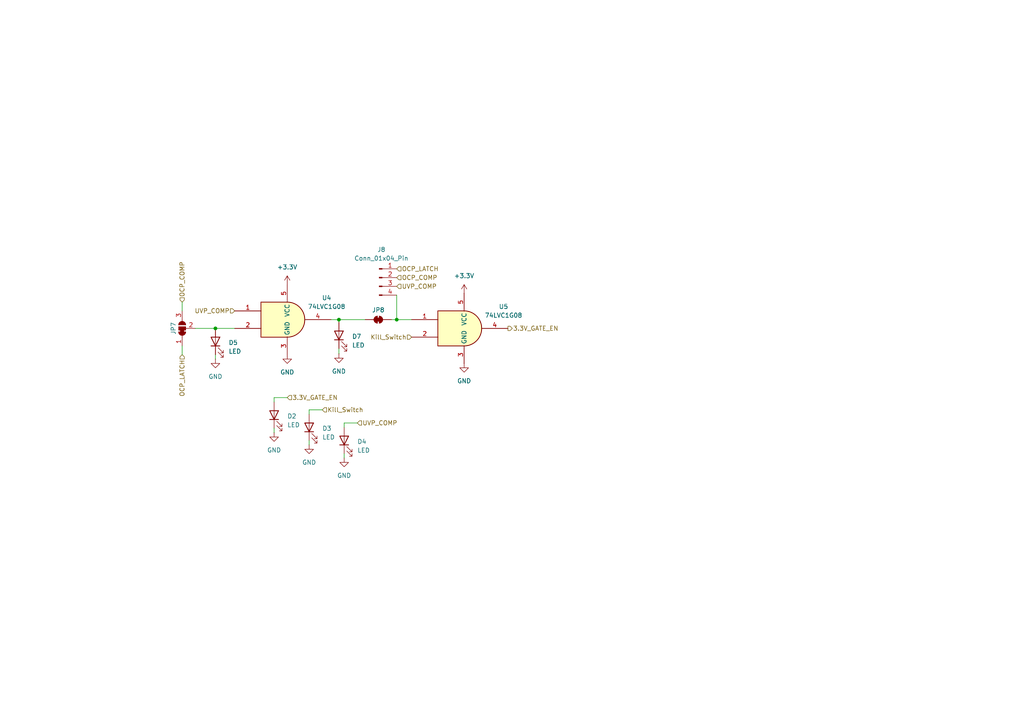
<source format=kicad_sch>
(kicad_sch (version 20231120) (generator "eeschema") (generator_version "8.0")
  (paper "A4")
  (lib_symbols
    (symbol "74xGxx:74LVC1G08"
      (property "Reference" "U" (at -5.08 7.62 0))
      (property "Value" "74LVC1G08" (at 7.62 -7.62 0))
      (symbol "74LVC1G08_0_1"
        (arc (start 0 -5.08) (mid 5.0579 0) (end 0 5.08) (stroke (width 0.254)) (fill (type background)))
        (polyline (pts (xy 0 -5.08) (xy -7.62 -5.08) (xy -7.62 5.08) (xy 0 5.08)) (stroke (width 0.254)) (fill (type background)))
      )
      (symbol "74LVC1G08_1_1"
        (pin input line (at -15.24 2.54 0) (length 7.62) (name "~") (number "1"))
        (pin input line (at -15.24 -2.54 0) (length 7.62) (name "~") (number "2"))
        (pin power_in line (at 0 -10.16 90) (length 5.08) (name "GND") (number "3"))
        (pin output line (at 12.7 0 180) (length 7.62) (name "~") (number "4"))
        (pin power_in line (at 0 10.16 270) (length 5.08) (name "VCC") (number "5"))
      )
    )
    (symbol "Connector:Conn_01x04_Pin" (pin_names (offset 1.016) hide)
      (property "Reference" "J" (at 0 5.08 0))
      (property "Value" "Conn_01x04_Pin" (at 0 -7.62 0))
      (symbol "Conn_01x04_Pin_1_1"
        (polyline (pts (xy 1.27 -5.08) (xy 0.8636 -5.08)) (stroke (width 0.1524)))
        (polyline (pts (xy 1.27 -2.54) (xy 0.8636 -2.54)) (stroke (width 0.1524)))
        (polyline (pts (xy 1.27 0) (xy 0.8636 0)) (stroke (width 0.1524)))
        (polyline (pts (xy 1.27 2.54) (xy 0.8636 2.54)) (stroke (width 0.1524)))
        (rectangle (start 0.8636 -4.953) (end 0 -5.207) (stroke (width 0.1524)) (fill (type outline)))
        (rectangle (start 0.8636 -2.413) (end 0 -2.667) (stroke (width 0.1524)) (fill (type outline)))
        (rectangle (start 0.8636 0.127) (end 0 -0.127) (stroke (width 0.1524)) (fill (type outline)))
        (rectangle (start 0.8636 2.667) (end 0 2.413) (stroke (width 0.1524)) (fill (type outline)))
        (pin passive line (at 5.08 2.54 180) (length 3.81) (name "Pin_1") (number "1"))
        (pin passive line (at 5.08 0 180) (length 3.81) (name "Pin_2") (number "2"))
        (pin passive line (at 5.08 -2.54 180) (length 3.81) (name "Pin_3") (number "3"))
        (pin passive line (at 5.08 -5.08 180) (length 3.81) (name "Pin_4") (number "4"))
      )
    )
    (symbol "Device:LED" (pin_numbers hide) (pin_names (offset 1.016) hide)
      (property "Reference" "D" (at 0 2.54 0))
      (property "Value" "LED" (at 0 -2.54 0))
      (symbol "LED_0_1"
        (polyline (pts (xy -1.27 -1.27) (xy -1.27 1.27)) (stroke (width 0.254)))
        (polyline (pts (xy -1.27 0) (xy 1.27 0)))
        (polyline (pts (xy 1.27 -1.27) (xy 1.27 1.27) (xy -1.27 0) (xy 1.27 -1.27)) (stroke (width 0.254)))
        (polyline (pts (xy -3.048 -0.762) (xy -4.572 -2.286) (xy -3.81 -2.286) (xy -4.572 -2.286) (xy -4.572 -1.524)))
        (polyline (pts (xy -1.778 -0.762) (xy -3.302 -2.286) (xy -2.54 -2.286) (xy -3.302 -2.286) (xy -3.302 -1.524)))
      )
      (symbol "LED_1_1"
        (pin passive line (at -3.81 0 0) (length 2.54) (name "K") (number "1"))
        (pin passive line (at 3.81 0 180) (length 2.54) (name "A") (number "2"))
      )
    )
    (symbol "Jumper:SolderJumper_2_Bridged" (pin_numbers hide) (pin_names (offset 0) hide) (exclude_from_sim yes) (in_bom no)
      (property "Reference" "JP" (at 0 2.032 0))
      (property "Value" "SolderJumper_2_Bridged" (at 0 -2.54 0))
      (symbol "SolderJumper_2_Bridged_0_1"
        (rectangle (start -0.508 0.508) (end 0.508 -0.508) (fill (type outline)))
        (arc (start -0.254 1.016) (mid -1.2656 0) (end -0.254 -1.016))
        (arc (start -0.254 1.016) (mid -1.2656 0) (end -0.254 -1.016) (fill (type outline)))
        (polyline (pts (xy -0.254 1.016) (xy -0.254 -1.016)))
        (polyline (pts (xy 0.254 1.016) (xy 0.254 -1.016)))
        (arc (start 0.254 -1.016) (mid 1.2656 0) (end 0.254 1.016))
        (arc (start 0.254 -1.016) (mid 1.2656 0) (end 0.254 1.016) (fill (type outline)))
      )
      (symbol "SolderJumper_2_Bridged_1_1"
        (pin passive line (at -3.81 0 0) (length 2.54) (name "A") (number "1"))
        (pin passive line (at 3.81 0 180) (length 2.54) (name "B") (number "2"))
      )
    )
    (symbol "Jumper:SolderJumper_3_Bridged12" (pin_names (offset 0) hide) (exclude_from_sim yes) (in_bom no)
      (property "Reference" "JP" (at -2.54 -2.54 0))
      (property "Value" "SolderJumper_3_Bridged12" (at 0 2.794 0))
      (symbol "SolderJumper_3_Bridged12_0_1"
        (rectangle (start -1.016 0.508) (end -0.508 -0.508) (fill (type outline)))
        (arc (start -1.016 1.016) (mid -2.0276 0) (end -1.016 -1.016))
        (arc (start -1.016 1.016) (mid -2.0276 0) (end -1.016 -1.016) (fill (type outline)))
        (rectangle (start -0.508 1.016) (end 0.508 -1.016) (fill (type outline)))
        (polyline (pts (xy -2.54 0) (xy -2.032 0)))
        (polyline (pts (xy -1.016 1.016) (xy -1.016 -1.016)))
        (polyline (pts (xy 0 -1.27) (xy 0 -1.016)))
        (polyline (pts (xy 1.016 1.016) (xy 1.016 -1.016)))
        (polyline (pts (xy 2.54 0) (xy 2.032 0)))
        (arc (start 1.016 -1.016) (mid 2.0276 0) (end 1.016 1.016))
        (arc (start 1.016 -1.016) (mid 2.0276 0) (end 1.016 1.016) (fill (type outline)))
      )
      (symbol "SolderJumper_3_Bridged12_1_1"
        (pin passive line (at -5.08 0 0) (length 2.54) (name "A") (number "1"))
        (pin passive line (at 0 -3.81 90) (length 2.54) (name "C") (number "2"))
        (pin passive line (at 5.08 0 180) (length 2.54) (name "B") (number "3"))
      )
    )
    (symbol "power:+3.3V" (power) (pin_numbers hide) (pin_names (offset 0) hide)
      (property "Value" "+3.3V" (at 0 3.556 0))
      (symbol "+3.3V_0_1"
        (polyline (pts (xy -0.762 1.27) (xy 0 2.54)))
        (polyline (pts (xy 0 0) (xy 0 2.54)))
        (polyline (pts (xy 0 2.54) (xy 0.762 1.27)))
      )
      (symbol "+3.3V_1_1"
        (pin power_in line (at 0 0 90) (length 0) (name "~") (number "1"))
      )
    )
    (symbol "power:GND" (power) (pin_numbers hide) (pin_names (offset 0) hide)
      (property "Value" "GND" (at 0 -3.81 0))
      (symbol "GND_0_1"
        (polyline (pts (xy 0 0) (xy 0 -1.27) (xy 1.27 -1.27) (xy 0 -2.54) (xy -1.27 -1.27) (xy 0 -1.27)))
      )
      (symbol "GND_1_1"
        (pin power_in line (at 0 0 270) (length 0) (name "~") (number "1"))
      )
    )
  )
  (junction (at 98.298 92.71))
  (junction (at 115.062 92.71))
  (junction (at 62.484 95.25))
  (wire (pts (xy 89.662 118.872) (xy 89.662 120.142)))
  (wire (pts (xy 98.298 92.71) (xy 105.918 92.71)))
  (wire (pts (xy 113.538 92.71) (xy 115.062 92.71)))
  (wire (pts (xy 115.062 85.598) (xy 115.062 92.71)))
  (wire (pts (xy 62.484 104.14) (xy 62.484 102.87)))
  (wire (pts (xy 98.298 102.616) (xy 98.298 101.092)))
  (wire (pts (xy 98.298 93.472) (xy 98.298 92.71)))
  (wire (pts (xy 79.502 115.316) (xy 79.502 116.586)))
  (wire (pts (xy 79.502 125.476) (xy 79.502 124.206)))
  (wire (pts (xy 99.822 122.682) (xy 99.822 123.952)))
  (wire (pts (xy 83.312 115.316) (xy 79.502 115.316)))
  (wire (pts (xy 96.012 92.71) (xy 98.298 92.71)))
  (wire (pts (xy 52.832 87.63) (xy 52.832 90.17)))
  (wire (pts (xy 62.484 95.25) (xy 68.072 95.25)))
  (wire (pts (xy 52.832 102.87) (xy 52.832 100.33)))
  (wire (pts (xy 56.642 95.25) (xy 62.484 95.25)))
  (wire (pts (xy 103.632 122.682) (xy 99.822 122.682)))
  (wire (pts (xy 93.472 118.872) (xy 89.662 118.872)))
  (wire (pts (xy 115.062 92.71) (xy 119.38 92.71)))
  (wire (pts (xy 99.822 132.842) (xy 99.822 131.572)))
  (wire (pts (xy 89.662 129.032) (xy 89.662 127.762)))
  (hierarchical_label "UVP_COMP" (shape input) (at 115.062 83.058 0))
  (hierarchical_label "UVP_COMP" (shape input) (at 68.072 90.17 180))
  (hierarchical_label "OCP_COMP" (shape input) (at 115.062 80.518 0))
  (hierarchical_label "3.3V_GATE_EN" (shape input) (at 83.312 115.316 0))
  (hierarchical_label "OCP_LATCH" (shape input) (at 115.062 77.978 0))
  (hierarchical_label "UVP_COMP" (shape input) (at 103.632 122.682 0))
  (hierarchical_label "OCP_LATCH" (shape input) (at 52.832 102.87 270))
  (hierarchical_label "OCP_COMP" (shape input) (at 52.832 87.63 90))
  (hierarchical_label "Kill_Switch" (shape input) (at 93.472 118.872 0))
  (hierarchical_label "Kill_Switch" (shape input) (at 119.38 97.79 180))
  (hierarchical_label "3.3V_GATE_EN" (shape output) (at 147.32 95.25 0))
  (symbol (lib_id "power:GND") (at 62.484 104.14 0) (unit 1)
    (property "Reference" "#PWR03" (effects (hide yes)))
    (property "Value" "GND" (at 62.484 109.22 0))
    (property "Description" "Power symbol creates a global label with name \"GND\" , ground" (effects (hide yes)))
  )
  (symbol (lib_id "Connector:Conn_01x04_Pin") (at 109.982 80.518 0) (unit 1)
    (property "Reference" "J8" (at 110.617 72.39 0))
    (property "Value" "Conn_01x04_Pin" (at 110.617 74.93 0))
    (property "Footprint" "Connector_PinHeader_2.54mm:PinHeader_1x04_P2.54mm_Vertical" (effects (hide yes)))
    (property "Description" "Generic connector, single row, 01x04, script generated" (effects (hide yes)))
  )
  (symbol (lib_id "Jumper:SolderJumper_2_Bridged") (at 109.728 92.71 0) (unit 1) (exclude_from_sim yes) (in_bom no)
    (property "Reference" "JP8" (at 109.728 89.916 0))
    (property "Value" "SolderJumper_2_Bridged" (effects (hide yes)))
    (property "Footprint" "Jumper:SolderJumper-2_P1.3mm_Bridged_RoundedPad1.0x1.5mm" (effects (hide yes)))
    (property "Description" "Solder Jumper, 2-pole, closed/bridged" (effects (hide yes)))
  )
  (symbol (lib_id "power:GND") (at 134.62 105.41 0) (unit 1)
    (property "Reference" "#PWR059" (effects (hide yes)))
    (property "Value" "GND" (at 134.62 110.49 0))
    (property "Description" "Power symbol creates a global label with name \"GND\" , ground" (effects (hide yes)))
  )
  (symbol (lib_id "power:+3.3V") (at 134.62 85.09 0) (unit 1)
    (property "Reference" "#PWR057" (effects (hide yes)))
    (property "Value" "+3.3V" (at 134.62 80.01 0))
    (property "Description" "Power symbol creates a global label with name \"+3.3V\"" (effects (hide yes)))
  )
  (symbol (lib_id "Device:LED") (at 99.822 127.762 90) (unit 1)
    (property "Reference" "D4" (at 103.632 128.0794 90) (effects (justify right)))
    (property "Value" "LED" (at 103.632 130.6194 90) (effects (justify right)))
    (property "Footprint" "LED_SMD:LED_0805_2012Metric_Pad1.15x1.40mm_HandSolder" (effects (hide yes)))
    (property "Datasheet" "https://www.we-online.com/components/products/datasheet/150080BS75000.pdf" (effects (hide yes)))
    (property "Description" "Light emitting diode" (effects (hide yes)))
    (property "MFR" "Würth Elektronik" (effects (hide yes)))
    (property "MFR S/N" "150080BS75000" (effects (hide yes)))
    (property "Supplier 1" "https://www.digikey.com/en/products/detail/w%C3%BCrth-elektronik/150080BS75000/4489912" (effects (hide yes)))
    (property "Supplier 1 S/N" "732-4982-1-ND" (effects (hide yes)))
  )
  (symbol (lib_id "Device:LED") (at 79.502 120.396 90) (unit 1)
    (property "Reference" "D2" (at 83.312 120.7134 90) (effects (justify right)))
    (property "Value" "LED" (at 83.312 123.2534 90) (effects (justify right)))
    (property "Footprint" "LED_SMD:LED_0805_2012Metric_Pad1.15x1.40mm_HandSolder" (effects (hide yes)))
    (property "Datasheet" "https://www.we-online.com/components/products/datasheet/150080BS75000.pdf" (effects (hide yes)))
    (property "Description" "Light emitting diode" (effects (hide yes)))
    (property "MFR" "Würth Elektronik" (effects (hide yes)))
    (property "MFR S/N" "150080BS75000" (effects (hide yes)))
    (property "Supplier 1" "https://www.digikey.com/en/products/detail/w%C3%BCrth-elektronik/150080BS75000/4489912" (effects (hide yes)))
    (property "Supplier 1 S/N" "732-4982-1-ND" (effects (hide yes)))
  )
  (symbol (lib_id "74xGxx:74LVC1G08") (at 134.62 95.25 0) (unit 1)
    (property "Reference" "U5" (at 146.05 88.9314 0))
    (property "Value" "74LVC1G08" (at 146.05 91.4714 0))
    (property "Footprint" "Package_TO_SOT_SMD:SOT-353_SC-70-5_Handsoldering" (effects (hide yes)))
    (property "Datasheet" "https://www.ti.com/lit/ds/symlink/sn74lvc1g08.pdf" (effects (hide yes)))
    (property "Description" "Single AND Gate, Low-Voltage CMOS" (effects (hide yes)))
    (property "MFR" "Texas Instruments" (effects (hide yes)))
    (property "MFR S/N" "SN74LVC1G08DCKR" (effects (hide yes)))
    (property "Supplier 1" "https://www.digikey.com/en/products/detail/texas-instruments/SN74LVC1G08DCKR/385719" (effects (hide yes)))
    (property "Supplier 1 S/N" "296-11602-1-ND" (effects (hide yes)))
  )
  (symbol (lib_id "power:GND") (at 99.822 132.842 0) (unit 1)
    (property "Reference" "#PWR061" (effects (hide yes)))
    (property "Value" "GND" (at 99.822 137.922 0))
    (property "Description" "Power symbol creates a global label with name \"GND\" , ground" (effects (hide yes)))
  )
  (symbol (lib_id "power:GND") (at 89.662 129.032 0) (unit 1)
    (property "Reference" "#PWR060" (effects (hide yes)))
    (property "Value" "GND" (at 89.662 134.112 0))
    (property "Description" "Power symbol creates a global label with name \"GND\" , ground" (effects (hide yes)))
  )
  (symbol (lib_id "power:+3.3V") (at 83.312 82.55 0) (unit 1)
    (property "Reference" "#PWR056" (effects (hide yes)))
    (property "Value" "+3.3V" (at 83.312 77.47 0))
    (property "Description" "Power symbol creates a global label with name \"+3.3V\"" (effects (hide yes)))
  )
  (symbol (lib_id "power:GND") (at 79.502 125.476 0) (unit 1)
    (property "Reference" "#PWR025" (effects (hide yes)))
    (property "Value" "GND" (at 79.502 130.556 0))
    (property "Description" "Power symbol creates a global label with name \"GND\" , ground" (effects (hide yes)))
  )
  (symbol (lib_id "Jumper:SolderJumper_3_Bridged12") (at 52.832 95.25 90) (unit 1) (exclude_from_sim yes) (in_bom no)
    (property "Reference" "JP7" (at 50.292 95.25 0))
    (property "Value" "SolderJumper_3_Bridged12" (effects (hide yes)))
    (property "Footprint" "Jumper:SolderJumper-3_P1.3mm_Bridged2Bar12_RoundedPad1.0x1.5mm" (effects (hide yes)))
    (property "Description" "3-pole Solder Jumper, pins 1+2 closed/bridged" (effects (hide yes)))
  )
  (symbol (lib_id "74xGxx:74LVC1G08") (at 83.312 92.71 0) (unit 1)
    (property "Reference" "U4" (at 94.742 86.3914 0))
    (property "Value" "74LVC1G08" (at 94.742 88.9314 0))
    (property "Footprint" "Package_TO_SOT_SMD:SOT-353_SC-70-5_Handsoldering" (effects (hide yes)))
    (property "Datasheet" "https://www.ti.com/lit/ds/symlink/sn74lvc1g08.pdf" (effects (hide yes)))
    (property "Description" "Single AND Gate, Low-Voltage CMOS" (effects (hide yes)))
    (property "MFR" "Texas Instruments" (effects (hide yes)))
    (property "MFR S/N" "SN74LVC1G08DCKR" (effects (hide yes)))
    (property "Supplier 1" "https://www.digikey.com/en/products/detail/texas-instruments/SN74LVC1G08DCKR/385719" (effects (hide yes)))
    (property "Supplier 1 S/N" "296-11602-1-ND" (effects (hide yes)))
  )
  (symbol (lib_id "Device:LED") (at 89.662 123.952 90) (unit 1)
    (property "Reference" "D3" (at 93.472 124.2694 90) (effects (justify right)))
    (property "Value" "LED" (at 93.472 126.8094 90) (effects (justify right)))
    (property "Footprint" "LED_SMD:LED_0805_2012Metric_Pad1.15x1.40mm_HandSolder" (effects (hide yes)))
    (property "Datasheet" "https://www.we-online.com/components/products/datasheet/150080BS75000.pdf" (effects (hide yes)))
    (property "Description" "Light emitting diode" (effects (hide yes)))
    (property "MFR" "Würth Elektronik" (effects (hide yes)))
    (property "MFR S/N" "150080BS75000" (effects (hide yes)))
    (property "Supplier 1" "https://www.digikey.com/en/products/detail/w%C3%BCrth-elektronik/150080BS75000/4489912" (effects (hide yes)))
    (property "Supplier 1 S/N" "732-4982-1-ND" (effects (hide yes)))
  )
  (symbol (lib_id "Device:LED") (at 62.484 99.06 90) (unit 1)
    (property "Reference" "D5" (at 66.294 99.3774 90) (effects (justify right)))
    (property "Value" "LED" (at 66.294 101.9174 90) (effects (justify right)))
    (property "Footprint" "LED_SMD:LED_0805_2012Metric_Pad1.15x1.40mm_HandSolder" (effects (hide yes)))
    (property "Datasheet" "https://www.we-online.com/components/products/datasheet/150080BS75000.pdf" (effects (hide yes)))
    (property "Description" "Light emitting diode" (effects (hide yes)))
    (property "MFR" "Würth Elektronik" (effects (hide yes)))
    (property "MFR S/N" "150080BS75000" (effects (hide yes)))
    (property "Supplier 1" "https://www.digikey.com/en/products/detail/w%C3%BCrth-elektronik/150080BS75000/4489912" (effects (hide yes)))
    (property "Supplier 1 S/N" "732-4982-1-ND" (effects (hide yes)))
  )
  (symbol (lib_id "power:GND") (at 83.312 102.87 0) (unit 1)
    (property "Reference" "#PWR058" (effects (hide yes)))
    (property "Value" "GND" (at 83.312 107.95 0))
    (property "Description" "Power symbol creates a global label with name \"GND\" , ground" (effects (hide yes)))
  )
  (symbol (lib_id "power:GND") (at 98.298 102.616 0) (unit 1)
    (property "Reference" "#PWR05" (effects (hide yes)))
    (property "Value" "GND" (at 98.298 107.696 0))
    (property "Description" "Power symbol creates a global label with name \"GND\" , ground" (effects (hide yes)))
  )
  (symbol (lib_id "Device:LED") (at 98.298 97.282 90) (unit 1)
    (property "Reference" "D7" (at 102.108 97.5994 90) (effects (justify right)))
    (property "Value" "LED" (at 102.108 100.1394 90) (effects (justify right)))
    (property "Footprint" "LED_SMD:LED_0805_2012Metric_Pad1.15x1.40mm_HandSolder" (effects (hide yes)))
    (property "Datasheet" "https://www.we-online.com/components/products/datasheet/150080BS75000.pdf" (effects (hide yes)))
    (property "Description" "Light emitting diode" (effects (hide yes)))
    (property "MFR" "Würth Elektronik" (effects (hide yes)))
    (property "MFR S/N" "150080BS75000" (effects (hide yes)))
    (property "Supplier 1" "https://www.digikey.com/en/products/detail/w%C3%BCrth-elektronik/150080BS75000/4489912" (effects (hide yes)))
    (property "Supplier 1 S/N" "732-4982-1-ND" (effects (hide yes)))
  )
)
</source>
